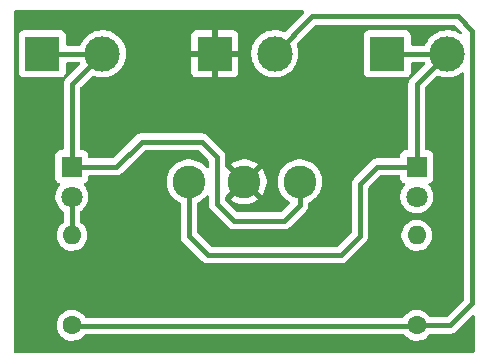
<source format=gtl>
%TF.GenerationSoftware,KiCad,Pcbnew,9.0.0+dfsg-1*%
%TF.CreationDate,2025-03-19T00:38:55+01:00*%
%TF.ProjectId,control-matrix-2-alt,636f6e74-726f-46c2-9d6d-61747269782d,1.0*%
%TF.SameCoordinates,Original*%
%TF.FileFunction,Copper,L1,Top*%
%TF.FilePolarity,Positive*%
%FSLAX46Y46*%
G04 Gerber Fmt 4.6, Leading zero omitted, Abs format (unit mm)*
G04 Created by KiCad (PCBNEW 9.0.0+dfsg-1) date 2025-03-19 00:38:55*
%MOMM*%
%LPD*%
G01*
G04 APERTURE LIST*
%TA.AperFunction,ComponentPad*%
%ADD10C,2.775000*%
%TD*%
%TA.AperFunction,ComponentPad*%
%ADD11C,1.600000*%
%TD*%
%TA.AperFunction,ComponentPad*%
%ADD12O,1.600000X1.600000*%
%TD*%
%TA.AperFunction,ComponentPad*%
%ADD13R,1.800000X1.800000*%
%TD*%
%TA.AperFunction,ComponentPad*%
%ADD14C,1.800000*%
%TD*%
%TA.AperFunction,ComponentPad*%
%ADD15R,3.000000X3.000000*%
%TD*%
%TA.AperFunction,ComponentPad*%
%ADD16C,3.000000*%
%TD*%
%TA.AperFunction,Conductor*%
%ADD17C,0.400000*%
%TD*%
G04 APERTURE END LIST*
D10*
%TO.P,SW1,1,A*%
%TO.N,Net-(D1-K)*%
X84700000Y-95000000D03*
%TO.P,SW1,2,B*%
%TO.N,GND*%
X80000000Y-95000000D03*
%TO.P,SW1,3,C*%
%TO.N,Net-(D2-K)*%
X75300000Y-95000000D03*
%TD*%
D11*
%TO.P,R2,1*%
%TO.N,+12V*%
X94600000Y-107170000D03*
D12*
%TO.P,R2,2*%
%TO.N,Net-(D2-A)*%
X94600000Y-99550000D03*
%TD*%
D13*
%TO.P,D2,1,K*%
%TO.N,Net-(D2-K)*%
X94600000Y-93730000D03*
D14*
%TO.P,D2,2,A*%
%TO.N,Net-(D2-A)*%
X94600000Y-96270000D03*
%TD*%
D11*
%TO.P,R1,1*%
%TO.N,+12V*%
X65400000Y-107170000D03*
D12*
%TO.P,R1,2*%
%TO.N,Net-(D1-A)*%
X65400000Y-99550000D03*
%TD*%
D13*
%TO.P,D1,1,K*%
%TO.N,Net-(D1-K)*%
X65400000Y-93730000D03*
D14*
%TO.P,D1,2,A*%
%TO.N,Net-(D1-A)*%
X65400000Y-96270000D03*
%TD*%
D15*
%TO.P,J1,1,Pin_1*%
%TO.N,Net-(D1-K)*%
X62900000Y-84170000D03*
D16*
%TO.P,J1,2,Pin_2*%
X67980000Y-84170000D03*
%TD*%
D15*
%TO.P,J2,1,Pin_1*%
%TO.N,Net-(D2-K)*%
X92100000Y-84170000D03*
D16*
%TO.P,J2,2,Pin_2*%
X97180000Y-84170000D03*
%TD*%
D15*
%TO.P,J9,1,Pin_1*%
%TO.N,GND*%
X77500000Y-84170000D03*
D16*
%TO.P,J9,2,Pin_2*%
%TO.N,+12V*%
X82580000Y-84170000D03*
%TD*%
D17*
%TO.N,Net-(D1-K)*%
X79100000Y-98300000D02*
X83400000Y-98300000D01*
X77700000Y-92900000D02*
X77700000Y-96900000D01*
X67980000Y-84170000D02*
X65400000Y-86750000D01*
X83400000Y-98300000D02*
X84700000Y-97000000D01*
X69170000Y-93730000D02*
X71300000Y-91600000D01*
X84700000Y-97000000D02*
X84700000Y-95000000D01*
X65400000Y-93730000D02*
X69170000Y-93730000D01*
X76400000Y-91600000D02*
X77700000Y-92900000D01*
X62900000Y-84170000D02*
X67980000Y-84170000D01*
X77700000Y-96900000D02*
X79100000Y-98300000D01*
X65400000Y-86750000D02*
X65400000Y-93730000D01*
X71300000Y-91600000D02*
X76400000Y-91600000D01*
%TO.N,Net-(D1-A)*%
X65400000Y-96270000D02*
X65400000Y-99550000D01*
%TO.N,Net-(D2-K)*%
X88200000Y-101200000D02*
X89800000Y-99600000D01*
X91270000Y-93730000D02*
X94600000Y-93730000D01*
X75300000Y-95000000D02*
X75300000Y-99600000D01*
X94600000Y-86750000D02*
X94600000Y-93730000D01*
X97180000Y-84170000D02*
X94600000Y-86750000D01*
X76900000Y-101200000D02*
X88200000Y-101200000D01*
X75300000Y-99600000D02*
X76900000Y-101200000D01*
X92100000Y-84170000D02*
X97180000Y-84170000D01*
X89800000Y-95200000D02*
X91270000Y-93730000D01*
X89800000Y-99600000D02*
X89800000Y-95200000D01*
%TO.N,+12V*%
X98100000Y-81000000D02*
X99299000Y-82199000D01*
X99299000Y-82199000D02*
X99299000Y-105301000D01*
X94570000Y-107200000D02*
X94600000Y-107170000D01*
X85750000Y-81000000D02*
X98100000Y-81000000D01*
X82580000Y-84170000D02*
X85750000Y-81000000D01*
X99299000Y-105301000D02*
X97430000Y-107170000D01*
X65400000Y-107170000D02*
X65430000Y-107200000D01*
X97430000Y-107170000D02*
X94600000Y-107170000D01*
X65430000Y-107200000D02*
X94570000Y-107200000D01*
%TD*%
%TA.AperFunction,Conductor*%
%TO.N,GND*%
G36*
X85026520Y-80520185D02*
G01*
X85072275Y-80572989D01*
X85082219Y-80642147D01*
X85053194Y-80705703D01*
X85047162Y-80712181D01*
X83469201Y-82290140D01*
X83407878Y-82323625D01*
X83338186Y-82318641D01*
X83334079Y-82317024D01*
X83269174Y-82290140D01*
X83224428Y-82271605D01*
X83224421Y-82271603D01*
X83224419Y-82271602D01*
X82971116Y-82203730D01*
X82913339Y-82196123D01*
X82711127Y-82169500D01*
X82711120Y-82169500D01*
X82448880Y-82169500D01*
X82448872Y-82169500D01*
X82217772Y-82199926D01*
X82188884Y-82203730D01*
X82103364Y-82226645D01*
X81935581Y-82271602D01*
X81935571Y-82271605D01*
X81693309Y-82371953D01*
X81693299Y-82371958D01*
X81466196Y-82503075D01*
X81258148Y-82662718D01*
X81072718Y-82848148D01*
X80913075Y-83056196D01*
X80781958Y-83283299D01*
X80781953Y-83283309D01*
X80681605Y-83525571D01*
X80681602Y-83525581D01*
X80613730Y-83778885D01*
X80579500Y-84038872D01*
X80579500Y-84301127D01*
X80591423Y-84391684D01*
X80613730Y-84561116D01*
X80638745Y-84654472D01*
X80681602Y-84814418D01*
X80681605Y-84814428D01*
X80781953Y-85056690D01*
X80781958Y-85056700D01*
X80913075Y-85283803D01*
X81072718Y-85491851D01*
X81072726Y-85491860D01*
X81258140Y-85677274D01*
X81258148Y-85677281D01*
X81466196Y-85836924D01*
X81693299Y-85968041D01*
X81693309Y-85968046D01*
X81935571Y-86068394D01*
X81935581Y-86068398D01*
X82188884Y-86136270D01*
X82437188Y-86168960D01*
X82448864Y-86170498D01*
X82448880Y-86170500D01*
X82448887Y-86170500D01*
X82711113Y-86170500D01*
X82711120Y-86170500D01*
X82971116Y-86136270D01*
X83224419Y-86068398D01*
X83466697Y-85968043D01*
X83693803Y-85836924D01*
X83901851Y-85677282D01*
X83901855Y-85677277D01*
X83901860Y-85677274D01*
X84087274Y-85491860D01*
X84087277Y-85491855D01*
X84087282Y-85491851D01*
X84246924Y-85283803D01*
X84378043Y-85056697D01*
X84478398Y-84814419D01*
X84546270Y-84561116D01*
X84580500Y-84301120D01*
X84580500Y-84038880D01*
X84546270Y-83778884D01*
X84478398Y-83525581D01*
X84432977Y-83415927D01*
X84425509Y-83346462D01*
X84456783Y-83283983D01*
X84459829Y-83280826D01*
X86003838Y-81736819D01*
X86065161Y-81703334D01*
X86091519Y-81700500D01*
X97758481Y-81700500D01*
X97825520Y-81720185D01*
X97846162Y-81736819D01*
X98381652Y-82272309D01*
X98415137Y-82333632D01*
X98410153Y-82403324D01*
X98368281Y-82459257D01*
X98302817Y-82483674D01*
X98234544Y-82468822D01*
X98231971Y-82467377D01*
X98066700Y-82371958D01*
X98066690Y-82371953D01*
X97824428Y-82271605D01*
X97824421Y-82271603D01*
X97824419Y-82271602D01*
X97571116Y-82203730D01*
X97513339Y-82196123D01*
X97311127Y-82169500D01*
X97311120Y-82169500D01*
X97048880Y-82169500D01*
X97048872Y-82169500D01*
X96817772Y-82199926D01*
X96788884Y-82203730D01*
X96703364Y-82226645D01*
X96535581Y-82271602D01*
X96535571Y-82271605D01*
X96293309Y-82371953D01*
X96293299Y-82371958D01*
X96066196Y-82503075D01*
X95858148Y-82662718D01*
X95672718Y-82848148D01*
X95513075Y-83056196D01*
X95381958Y-83283299D01*
X95381951Y-83283314D01*
X95336539Y-83392952D01*
X95292699Y-83447356D01*
X95226405Y-83469421D01*
X95221978Y-83469500D01*
X94224499Y-83469500D01*
X94157460Y-83449815D01*
X94111705Y-83397011D01*
X94100499Y-83345500D01*
X94100499Y-82622129D01*
X94100498Y-82622123D01*
X94100497Y-82622116D01*
X94094091Y-82562517D01*
X94064684Y-82483674D01*
X94043797Y-82427671D01*
X94043793Y-82427664D01*
X93957547Y-82312455D01*
X93957544Y-82312452D01*
X93842335Y-82226206D01*
X93842328Y-82226202D01*
X93707482Y-82175908D01*
X93707483Y-82175908D01*
X93647883Y-82169501D01*
X93647881Y-82169500D01*
X93647873Y-82169500D01*
X93647864Y-82169500D01*
X90552129Y-82169500D01*
X90552123Y-82169501D01*
X90492516Y-82175908D01*
X90357671Y-82226202D01*
X90357664Y-82226206D01*
X90242455Y-82312452D01*
X90242452Y-82312455D01*
X90156206Y-82427664D01*
X90156202Y-82427671D01*
X90105908Y-82562517D01*
X90099501Y-82622116D01*
X90099501Y-82622123D01*
X90099500Y-82622135D01*
X90099500Y-85717870D01*
X90099501Y-85717876D01*
X90105908Y-85777483D01*
X90156202Y-85912328D01*
X90156206Y-85912335D01*
X90242452Y-86027544D01*
X90242455Y-86027547D01*
X90357664Y-86113793D01*
X90357671Y-86113797D01*
X90492517Y-86164091D01*
X90492516Y-86164091D01*
X90499444Y-86164835D01*
X90552127Y-86170500D01*
X93647872Y-86170499D01*
X93707483Y-86164091D01*
X93842331Y-86113796D01*
X93957546Y-86027546D01*
X94043796Y-85912331D01*
X94094091Y-85777483D01*
X94100500Y-85717873D01*
X94100500Y-84994500D01*
X94120185Y-84927461D01*
X94172989Y-84881706D01*
X94224500Y-84870500D01*
X95189480Y-84870500D01*
X95256519Y-84890185D01*
X95302274Y-84942989D01*
X95312218Y-85012147D01*
X95283193Y-85075703D01*
X95277161Y-85082181D01*
X94055888Y-86303453D01*
X94055887Y-86303454D01*
X93979222Y-86418192D01*
X93926421Y-86545667D01*
X93926418Y-86545677D01*
X93899500Y-86681004D01*
X93899500Y-92205500D01*
X93879815Y-92272539D01*
X93827011Y-92318294D01*
X93775501Y-92329500D01*
X93652130Y-92329500D01*
X93652123Y-92329501D01*
X93592516Y-92335908D01*
X93457671Y-92386202D01*
X93457664Y-92386206D01*
X93342455Y-92472452D01*
X93342454Y-92472454D01*
X93256206Y-92587664D01*
X93256202Y-92587671D01*
X93205908Y-92722517D01*
X93199501Y-92782116D01*
X93199501Y-92782123D01*
X93199500Y-92782135D01*
X93199500Y-92905500D01*
X93179815Y-92972539D01*
X93127011Y-93018294D01*
X93075500Y-93029500D01*
X91201004Y-93029500D01*
X91065677Y-93056418D01*
X91065667Y-93056421D01*
X90938192Y-93109222D01*
X90823454Y-93185887D01*
X89255887Y-94753454D01*
X89179222Y-94868192D01*
X89126421Y-94995667D01*
X89126418Y-94995679D01*
X89100877Y-95124085D01*
X89100876Y-95124091D01*
X89099500Y-95131006D01*
X89099500Y-99258481D01*
X89079815Y-99325520D01*
X89063181Y-99346162D01*
X87946162Y-100463181D01*
X87884839Y-100496666D01*
X87858481Y-100499500D01*
X77241519Y-100499500D01*
X77174480Y-100479815D01*
X77153838Y-100463181D01*
X76036819Y-99346162D01*
X76003334Y-99284839D01*
X76000500Y-99258481D01*
X76000500Y-96836253D01*
X76020185Y-96769214D01*
X76072989Y-96723459D01*
X76077026Y-96721701D01*
X76136833Y-96696929D01*
X76351167Y-96573183D01*
X76547516Y-96422519D01*
X76722519Y-96247516D01*
X76777124Y-96176352D01*
X76833551Y-96135150D01*
X76903297Y-96130995D01*
X76964218Y-96165207D01*
X76996971Y-96226924D01*
X76999500Y-96251839D01*
X76999500Y-96831006D01*
X76999500Y-96968994D01*
X76999500Y-96968996D01*
X76999499Y-96968996D01*
X77026418Y-97104322D01*
X77026421Y-97104332D01*
X77079222Y-97231807D01*
X77155887Y-97346545D01*
X78653454Y-98844112D01*
X78768192Y-98920777D01*
X78895667Y-98973578D01*
X78895672Y-98973580D01*
X78895676Y-98973580D01*
X78895677Y-98973581D01*
X79031003Y-99000500D01*
X79031006Y-99000500D01*
X83468996Y-99000500D01*
X83560040Y-98982389D01*
X83604328Y-98973580D01*
X83668069Y-98947177D01*
X83731807Y-98920777D01*
X83731808Y-98920776D01*
X83731811Y-98920775D01*
X83846543Y-98844114D01*
X85244114Y-97446543D01*
X85320775Y-97331811D01*
X85373580Y-97204328D01*
X85400500Y-97068994D01*
X85400500Y-96931006D01*
X85400500Y-96836253D01*
X85420185Y-96769214D01*
X85472989Y-96723459D01*
X85477026Y-96721701D01*
X85536833Y-96696929D01*
X85751167Y-96573183D01*
X85947516Y-96422519D01*
X86122519Y-96247516D01*
X86273183Y-96051167D01*
X86396929Y-95836833D01*
X86491640Y-95608180D01*
X86555696Y-95369121D01*
X86588000Y-95123746D01*
X86588000Y-94876254D01*
X86555696Y-94630879D01*
X86491640Y-94391820D01*
X86396929Y-94163167D01*
X86396927Y-94163164D01*
X86396925Y-94163159D01*
X86273187Y-93948840D01*
X86273183Y-93948833D01*
X86148844Y-93786791D01*
X86122520Y-93752485D01*
X86122514Y-93752478D01*
X85947521Y-93577485D01*
X85947514Y-93577479D01*
X85751175Y-93426823D01*
X85751173Y-93426821D01*
X85751167Y-93426817D01*
X85751162Y-93426814D01*
X85751159Y-93426812D01*
X85536840Y-93303074D01*
X85536829Y-93303069D01*
X85308184Y-93208361D01*
X85069117Y-93144303D01*
X84823756Y-93112001D01*
X84823751Y-93112000D01*
X84823746Y-93112000D01*
X84576254Y-93112000D01*
X84576248Y-93112000D01*
X84576243Y-93112001D01*
X84330882Y-93144303D01*
X84091815Y-93208361D01*
X83863170Y-93303069D01*
X83863159Y-93303074D01*
X83648840Y-93426812D01*
X83648824Y-93426823D01*
X83452485Y-93577479D01*
X83452478Y-93577485D01*
X83277485Y-93752478D01*
X83277479Y-93752485D01*
X83126823Y-93948824D01*
X83126812Y-93948840D01*
X83003074Y-94163159D01*
X83003069Y-94163170D01*
X82908361Y-94391815D01*
X82844303Y-94630882D01*
X82812001Y-94876243D01*
X82812000Y-94876260D01*
X82812000Y-95123739D01*
X82812001Y-95123756D01*
X82844303Y-95369117D01*
X82908361Y-95608184D01*
X83003069Y-95836829D01*
X83003074Y-95836840D01*
X83126812Y-96051159D01*
X83126823Y-96051175D01*
X83277479Y-96247514D01*
X83277485Y-96247521D01*
X83452478Y-96422514D01*
X83452484Y-96422519D01*
X83648833Y-96573183D01*
X83648840Y-96573187D01*
X83817835Y-96670757D01*
X83866051Y-96721324D01*
X83879273Y-96789931D01*
X83853305Y-96854796D01*
X83843516Y-96865825D01*
X83146162Y-97563181D01*
X83084839Y-97596666D01*
X83058481Y-97599500D01*
X79441519Y-97599500D01*
X79374480Y-97579815D01*
X79353838Y-97563181D01*
X78436819Y-96646162D01*
X78422115Y-96619234D01*
X78405523Y-96593416D01*
X78404631Y-96587215D01*
X78403334Y-96584839D01*
X78400500Y-96558481D01*
X78400500Y-96271981D01*
X78420185Y-96204942D01*
X78472989Y-96159187D01*
X78490464Y-96155980D01*
X79191497Y-95454947D01*
X79281505Y-95589653D01*
X79410347Y-95718495D01*
X79545051Y-95808501D01*
X78853869Y-96499683D01*
X78949110Y-96572764D01*
X78949118Y-96572770D01*
X79163381Y-96696476D01*
X79163392Y-96696481D01*
X79391971Y-96791162D01*
X79391981Y-96791165D01*
X79630974Y-96855202D01*
X79630985Y-96855204D01*
X79876279Y-96887499D01*
X79876294Y-96887500D01*
X80123706Y-96887500D01*
X80123720Y-96887499D01*
X80369014Y-96855204D01*
X80369025Y-96855202D01*
X80608018Y-96791165D01*
X80608028Y-96791162D01*
X80836607Y-96696481D01*
X80836618Y-96696476D01*
X81050881Y-96572770D01*
X81050899Y-96572758D01*
X81146129Y-96499684D01*
X81146129Y-96499682D01*
X80454948Y-95808501D01*
X80589653Y-95718495D01*
X80718495Y-95589653D01*
X80808501Y-95454948D01*
X81499682Y-96146129D01*
X81499684Y-96146129D01*
X81572758Y-96050899D01*
X81572770Y-96050881D01*
X81696476Y-95836618D01*
X81696481Y-95836607D01*
X81791162Y-95608028D01*
X81791165Y-95608018D01*
X81855202Y-95369025D01*
X81855204Y-95369014D01*
X81887499Y-95123720D01*
X81887500Y-95123706D01*
X81887500Y-94876293D01*
X81887499Y-94876279D01*
X81855204Y-94630985D01*
X81855202Y-94630974D01*
X81791165Y-94391981D01*
X81791162Y-94391971D01*
X81696481Y-94163392D01*
X81696476Y-94163381D01*
X81572770Y-93949118D01*
X81572764Y-93949110D01*
X81499683Y-93853869D01*
X80808501Y-94545051D01*
X80718495Y-94410347D01*
X80589653Y-94281505D01*
X80454948Y-94191497D01*
X81146129Y-93500315D01*
X81050889Y-93427235D01*
X81050881Y-93427229D01*
X80836618Y-93303523D01*
X80836607Y-93303518D01*
X80608028Y-93208837D01*
X80608018Y-93208834D01*
X80369025Y-93144797D01*
X80369014Y-93144795D01*
X80123720Y-93112500D01*
X79876279Y-93112500D01*
X79630985Y-93144795D01*
X79630974Y-93144797D01*
X79391981Y-93208834D01*
X79391971Y-93208837D01*
X79163392Y-93303518D01*
X79163381Y-93303523D01*
X78949118Y-93427229D01*
X78949101Y-93427240D01*
X78853869Y-93500314D01*
X78853869Y-93500315D01*
X79545051Y-94191497D01*
X79410347Y-94281505D01*
X79281505Y-94410347D01*
X79191498Y-94545051D01*
X78489088Y-93842642D01*
X78486383Y-93841407D01*
X78464423Y-93836492D01*
X78455214Y-93827172D01*
X78443297Y-93821730D01*
X78431130Y-93802797D01*
X78415314Y-93786791D01*
X78411746Y-93772635D01*
X78405523Y-93762952D01*
X78400500Y-93728017D01*
X78400500Y-92831004D01*
X78373581Y-92695677D01*
X78373580Y-92695676D01*
X78373580Y-92695672D01*
X78328842Y-92587664D01*
X78320778Y-92568195D01*
X78320771Y-92568182D01*
X78256807Y-92472454D01*
X78256805Y-92472451D01*
X78244116Y-92453459D01*
X78244114Y-92453457D01*
X76846546Y-91055888D01*
X76846545Y-91055887D01*
X76731807Y-90979222D01*
X76604332Y-90926421D01*
X76604322Y-90926418D01*
X76468996Y-90899500D01*
X76468994Y-90899500D01*
X76468993Y-90899500D01*
X71368994Y-90899500D01*
X71231006Y-90899500D01*
X71231004Y-90899500D01*
X71095677Y-90926418D01*
X71095667Y-90926421D01*
X70968192Y-90979222D01*
X70853454Y-91055887D01*
X70853453Y-91055888D01*
X68916162Y-92993181D01*
X68854839Y-93026666D01*
X68828481Y-93029500D01*
X66924499Y-93029500D01*
X66857460Y-93009815D01*
X66811705Y-92957011D01*
X66800499Y-92905500D01*
X66800499Y-92782129D01*
X66800498Y-92782123D01*
X66800497Y-92782116D01*
X66794091Y-92722517D01*
X66784080Y-92695677D01*
X66743797Y-92587671D01*
X66743793Y-92587664D01*
X66657546Y-92472454D01*
X66657544Y-92472452D01*
X66542335Y-92386206D01*
X66542328Y-92386202D01*
X66407482Y-92335908D01*
X66407483Y-92335908D01*
X66347883Y-92329501D01*
X66347881Y-92329500D01*
X66347873Y-92329500D01*
X66347865Y-92329500D01*
X66224500Y-92329500D01*
X66157461Y-92309815D01*
X66111706Y-92257011D01*
X66100500Y-92205500D01*
X66100500Y-87091518D01*
X66120185Y-87024479D01*
X66136814Y-87003841D01*
X67090799Y-86049856D01*
X67152120Y-86016373D01*
X67221811Y-86021357D01*
X67225860Y-86022949D01*
X67335581Y-86068398D01*
X67588884Y-86136270D01*
X67837188Y-86168960D01*
X67848864Y-86170498D01*
X67848880Y-86170500D01*
X67848887Y-86170500D01*
X68111113Y-86170500D01*
X68111120Y-86170500D01*
X68371116Y-86136270D01*
X68624419Y-86068398D01*
X68866697Y-85968043D01*
X69093803Y-85836924D01*
X69301851Y-85677282D01*
X69301855Y-85677277D01*
X69301860Y-85677274D01*
X69487274Y-85491860D01*
X69487277Y-85491855D01*
X69487282Y-85491851D01*
X69646924Y-85283803D01*
X69778043Y-85056697D01*
X69878398Y-84814419D01*
X69946270Y-84561116D01*
X69980500Y-84301120D01*
X69980500Y-84038880D01*
X69946270Y-83778884D01*
X69878398Y-83525581D01*
X69866351Y-83496497D01*
X69778046Y-83283309D01*
X69778041Y-83283299D01*
X69646924Y-83056196D01*
X69487281Y-82848148D01*
X69487274Y-82848140D01*
X69301860Y-82662726D01*
X69301851Y-82662718D01*
X69248989Y-82622155D01*
X75500000Y-82622155D01*
X75500000Y-83920000D01*
X76780936Y-83920000D01*
X76769207Y-83948316D01*
X76740000Y-84095147D01*
X76740000Y-84244853D01*
X76769207Y-84391684D01*
X76780936Y-84420000D01*
X75500000Y-84420000D01*
X75500000Y-85717844D01*
X75506401Y-85777372D01*
X75506403Y-85777379D01*
X75556645Y-85912086D01*
X75556649Y-85912093D01*
X75642809Y-86027187D01*
X75642812Y-86027190D01*
X75757906Y-86113350D01*
X75757913Y-86113354D01*
X75892620Y-86163596D01*
X75892627Y-86163598D01*
X75952155Y-86169999D01*
X75952172Y-86170000D01*
X77250000Y-86170000D01*
X77250000Y-84889064D01*
X77278316Y-84900793D01*
X77425147Y-84930000D01*
X77574853Y-84930000D01*
X77721684Y-84900793D01*
X77750000Y-84889064D01*
X77750000Y-86170000D01*
X79047828Y-86170000D01*
X79047844Y-86169999D01*
X79107372Y-86163598D01*
X79107379Y-86163596D01*
X79242086Y-86113354D01*
X79242093Y-86113350D01*
X79357187Y-86027190D01*
X79357190Y-86027187D01*
X79443350Y-85912093D01*
X79443354Y-85912086D01*
X79493596Y-85777379D01*
X79493598Y-85777372D01*
X79499999Y-85717844D01*
X79500000Y-85717827D01*
X79500000Y-84420000D01*
X78219064Y-84420000D01*
X78230793Y-84391684D01*
X78260000Y-84244853D01*
X78260000Y-84095147D01*
X78230793Y-83948316D01*
X78219064Y-83920000D01*
X79500000Y-83920000D01*
X79500000Y-82622172D01*
X79499999Y-82622155D01*
X79493598Y-82562627D01*
X79493596Y-82562620D01*
X79443354Y-82427913D01*
X79443350Y-82427906D01*
X79357190Y-82312812D01*
X79357187Y-82312809D01*
X79242093Y-82226649D01*
X79242086Y-82226645D01*
X79107379Y-82176403D01*
X79107372Y-82176401D01*
X79047844Y-82170000D01*
X77750000Y-82170000D01*
X77750000Y-83450935D01*
X77721684Y-83439207D01*
X77574853Y-83410000D01*
X77425147Y-83410000D01*
X77278316Y-83439207D01*
X77250000Y-83450935D01*
X77250000Y-82170000D01*
X75952155Y-82170000D01*
X75892627Y-82176401D01*
X75892620Y-82176403D01*
X75757913Y-82226645D01*
X75757906Y-82226649D01*
X75642812Y-82312809D01*
X75642809Y-82312812D01*
X75556649Y-82427906D01*
X75556645Y-82427913D01*
X75506403Y-82562620D01*
X75506401Y-82562627D01*
X75500000Y-82622155D01*
X69248989Y-82622155D01*
X69093803Y-82503075D01*
X68866700Y-82371958D01*
X68866690Y-82371953D01*
X68624428Y-82271605D01*
X68624421Y-82271603D01*
X68624419Y-82271602D01*
X68371116Y-82203730D01*
X68313339Y-82196123D01*
X68111127Y-82169500D01*
X68111120Y-82169500D01*
X67848880Y-82169500D01*
X67848872Y-82169500D01*
X67617772Y-82199926D01*
X67588884Y-82203730D01*
X67503364Y-82226645D01*
X67335581Y-82271602D01*
X67335571Y-82271605D01*
X67093309Y-82371953D01*
X67093299Y-82371958D01*
X66866196Y-82503075D01*
X66658148Y-82662718D01*
X66472718Y-82848148D01*
X66313075Y-83056196D01*
X66181958Y-83283299D01*
X66181951Y-83283314D01*
X66136539Y-83392952D01*
X66092699Y-83447356D01*
X66026405Y-83469421D01*
X66021978Y-83469500D01*
X65024499Y-83469500D01*
X64957460Y-83449815D01*
X64911705Y-83397011D01*
X64900499Y-83345500D01*
X64900499Y-82622129D01*
X64900498Y-82622123D01*
X64900497Y-82622116D01*
X64894091Y-82562517D01*
X64864684Y-82483674D01*
X64843797Y-82427671D01*
X64843793Y-82427664D01*
X64757547Y-82312455D01*
X64757544Y-82312452D01*
X64642335Y-82226206D01*
X64642328Y-82226202D01*
X64507482Y-82175908D01*
X64507483Y-82175908D01*
X64447883Y-82169501D01*
X64447881Y-82169500D01*
X64447873Y-82169500D01*
X64447864Y-82169500D01*
X61352129Y-82169500D01*
X61352123Y-82169501D01*
X61292516Y-82175908D01*
X61157671Y-82226202D01*
X61157664Y-82226206D01*
X61042455Y-82312452D01*
X61042452Y-82312455D01*
X60956206Y-82427664D01*
X60956202Y-82427671D01*
X60905908Y-82562517D01*
X60899501Y-82622116D01*
X60899501Y-82622123D01*
X60899500Y-82622135D01*
X60899500Y-85717870D01*
X60899501Y-85717876D01*
X60905908Y-85777483D01*
X60956202Y-85912328D01*
X60956206Y-85912335D01*
X61042452Y-86027544D01*
X61042455Y-86027547D01*
X61157664Y-86113793D01*
X61157671Y-86113797D01*
X61292517Y-86164091D01*
X61292516Y-86164091D01*
X61299444Y-86164835D01*
X61352127Y-86170500D01*
X64447872Y-86170499D01*
X64507483Y-86164091D01*
X64642331Y-86113796D01*
X64757546Y-86027546D01*
X64843796Y-85912331D01*
X64894091Y-85777483D01*
X64900500Y-85717873D01*
X64900500Y-84994500D01*
X64920185Y-84927461D01*
X64972989Y-84881706D01*
X65024500Y-84870500D01*
X65989480Y-84870500D01*
X66056519Y-84890185D01*
X66102274Y-84942989D01*
X66112218Y-85012147D01*
X66083193Y-85075703D01*
X66077161Y-85082181D01*
X64855888Y-86303453D01*
X64855887Y-86303454D01*
X64779222Y-86418192D01*
X64726421Y-86545667D01*
X64726418Y-86545677D01*
X64699500Y-86681004D01*
X64699500Y-92205500D01*
X64679815Y-92272539D01*
X64627011Y-92318294D01*
X64575501Y-92329500D01*
X64452130Y-92329500D01*
X64452123Y-92329501D01*
X64392516Y-92335908D01*
X64257671Y-92386202D01*
X64257664Y-92386206D01*
X64142455Y-92472452D01*
X64142454Y-92472454D01*
X64056206Y-92587664D01*
X64056202Y-92587671D01*
X64005908Y-92722517D01*
X63999501Y-92782116D01*
X63999501Y-92782123D01*
X63999500Y-92782135D01*
X63999500Y-94677870D01*
X63999501Y-94677876D01*
X64005908Y-94737483D01*
X64056202Y-94872328D01*
X64056206Y-94872335D01*
X64142452Y-94987544D01*
X64142455Y-94987547D01*
X64257664Y-95073793D01*
X64257671Y-95073797D01*
X64337580Y-95103601D01*
X64393514Y-95145472D01*
X64417931Y-95210936D01*
X64403080Y-95279209D01*
X64381929Y-95307463D01*
X64331756Y-95357636D01*
X64331752Y-95357641D01*
X64202187Y-95535974D01*
X64102104Y-95732393D01*
X64102103Y-95732396D01*
X64033985Y-95942047D01*
X64016702Y-96051167D01*
X63999500Y-96159778D01*
X63999500Y-96380222D01*
X64006199Y-96422519D01*
X64033985Y-96597952D01*
X64102103Y-96807603D01*
X64102104Y-96807606D01*
X64202187Y-97004025D01*
X64331752Y-97182358D01*
X64331756Y-97182363D01*
X64331758Y-97182365D01*
X64487635Y-97338242D01*
X64648386Y-97455034D01*
X64691051Y-97510362D01*
X64699500Y-97555351D01*
X64699500Y-98388255D01*
X64679815Y-98455294D01*
X64648385Y-98488573D01*
X64552787Y-98558028D01*
X64552782Y-98558032D01*
X64408028Y-98702786D01*
X64287715Y-98868386D01*
X64194781Y-99050776D01*
X64131522Y-99245465D01*
X64099500Y-99447648D01*
X64099500Y-99652351D01*
X64131522Y-99854534D01*
X64194781Y-100049223D01*
X64287715Y-100231613D01*
X64408028Y-100397213D01*
X64552786Y-100541971D01*
X64707749Y-100654556D01*
X64718390Y-100662287D01*
X64834607Y-100721503D01*
X64900776Y-100755218D01*
X64900778Y-100755218D01*
X64900781Y-100755220D01*
X65005137Y-100789127D01*
X65095465Y-100818477D01*
X65196557Y-100834488D01*
X65297648Y-100850500D01*
X65297649Y-100850500D01*
X65502351Y-100850500D01*
X65502352Y-100850500D01*
X65704534Y-100818477D01*
X65899219Y-100755220D01*
X66081610Y-100662287D01*
X66174590Y-100594732D01*
X66247213Y-100541971D01*
X66247215Y-100541968D01*
X66247219Y-100541966D01*
X66391966Y-100397219D01*
X66391968Y-100397215D01*
X66391971Y-100397213D01*
X66444732Y-100324590D01*
X66512287Y-100231610D01*
X66605220Y-100049219D01*
X66668477Y-99854534D01*
X66700500Y-99652352D01*
X66700500Y-99447648D01*
X66681157Y-99325520D01*
X66668477Y-99245465D01*
X66605218Y-99050776D01*
X66571503Y-98984607D01*
X66512287Y-98868390D01*
X66494648Y-98844112D01*
X66391971Y-98702786D01*
X66247217Y-98558032D01*
X66247212Y-98558028D01*
X66151615Y-98488573D01*
X66108949Y-98433243D01*
X66100500Y-98388255D01*
X66100500Y-97555351D01*
X66120185Y-97488312D01*
X66151611Y-97455035D01*
X66312365Y-97338242D01*
X66468242Y-97182365D01*
X66597815Y-97004022D01*
X66697895Y-96807606D01*
X66766015Y-96597951D01*
X66800500Y-96380222D01*
X66800500Y-96159778D01*
X66766015Y-95942049D01*
X66697895Y-95732394D01*
X66697895Y-95732393D01*
X66634604Y-95608180D01*
X66597815Y-95535978D01*
X66564524Y-95490157D01*
X66468247Y-95357641D01*
X66468243Y-95357636D01*
X66418071Y-95307464D01*
X66384586Y-95246141D01*
X66389570Y-95176449D01*
X66431442Y-95120516D01*
X66462420Y-95103601D01*
X66542326Y-95073798D01*
X66542326Y-95073797D01*
X66542331Y-95073796D01*
X66657546Y-94987546D01*
X66743796Y-94872331D01*
X66794091Y-94737483D01*
X66800500Y-94677873D01*
X66800500Y-94554500D01*
X66820185Y-94487461D01*
X66872989Y-94441706D01*
X66924500Y-94430500D01*
X69238996Y-94430500D01*
X69340308Y-94410347D01*
X69374328Y-94403580D01*
X69438069Y-94377177D01*
X69501807Y-94350777D01*
X69501808Y-94350776D01*
X69501811Y-94350775D01*
X69616543Y-94274114D01*
X71553838Y-92336819D01*
X71615161Y-92303334D01*
X71641519Y-92300500D01*
X76058481Y-92300500D01*
X76125520Y-92320185D01*
X76146162Y-92336819D01*
X76963181Y-93153838D01*
X76996666Y-93215161D01*
X76999500Y-93241519D01*
X76999500Y-93748160D01*
X76979815Y-93815199D01*
X76927011Y-93860954D01*
X76857853Y-93870898D01*
X76794297Y-93841873D01*
X76777124Y-93823646D01*
X76722520Y-93752485D01*
X76722514Y-93752478D01*
X76547521Y-93577485D01*
X76547514Y-93577479D01*
X76351175Y-93426823D01*
X76351173Y-93426821D01*
X76351167Y-93426817D01*
X76351162Y-93426814D01*
X76351159Y-93426812D01*
X76136840Y-93303074D01*
X76136829Y-93303069D01*
X75908184Y-93208361D01*
X75669117Y-93144303D01*
X75423756Y-93112001D01*
X75423751Y-93112000D01*
X75423746Y-93112000D01*
X75176254Y-93112000D01*
X75176248Y-93112000D01*
X75176243Y-93112001D01*
X74930882Y-93144303D01*
X74691815Y-93208361D01*
X74463170Y-93303069D01*
X74463159Y-93303074D01*
X74248840Y-93426812D01*
X74248824Y-93426823D01*
X74052485Y-93577479D01*
X74052478Y-93577485D01*
X73877485Y-93752478D01*
X73877479Y-93752485D01*
X73726823Y-93948824D01*
X73726812Y-93948840D01*
X73603074Y-94163159D01*
X73603069Y-94163170D01*
X73508361Y-94391815D01*
X73444303Y-94630882D01*
X73412001Y-94876243D01*
X73412000Y-94876260D01*
X73412000Y-95123739D01*
X73412001Y-95123756D01*
X73444303Y-95369117D01*
X73508361Y-95608184D01*
X73603069Y-95836829D01*
X73603074Y-95836840D01*
X73726812Y-96051159D01*
X73726823Y-96051175D01*
X73877479Y-96247514D01*
X73877485Y-96247521D01*
X74052478Y-96422514D01*
X74052484Y-96422519D01*
X74248833Y-96573183D01*
X74463167Y-96696929D01*
X74522951Y-96721692D01*
X74577355Y-96765531D01*
X74599421Y-96831825D01*
X74599500Y-96836253D01*
X74599500Y-99531006D01*
X74599500Y-99668994D01*
X74599500Y-99668996D01*
X74599499Y-99668996D01*
X74626418Y-99804322D01*
X74626421Y-99804332D01*
X74679222Y-99931807D01*
X74755887Y-100046545D01*
X76453454Y-101744112D01*
X76568192Y-101820777D01*
X76695667Y-101873578D01*
X76695672Y-101873580D01*
X76695676Y-101873580D01*
X76695677Y-101873581D01*
X76831003Y-101900500D01*
X76831006Y-101900500D01*
X88268996Y-101900500D01*
X88360040Y-101882389D01*
X88404328Y-101873580D01*
X88468069Y-101847177D01*
X88531807Y-101820777D01*
X88531808Y-101820776D01*
X88531811Y-101820775D01*
X88646543Y-101744114D01*
X90344114Y-100046543D01*
X90420775Y-99931811D01*
X90473580Y-99804328D01*
X90500500Y-99668994D01*
X90500500Y-99531006D01*
X90500500Y-99447648D01*
X93299500Y-99447648D01*
X93299500Y-99652351D01*
X93331522Y-99854534D01*
X93394781Y-100049223D01*
X93487715Y-100231613D01*
X93608028Y-100397213D01*
X93752786Y-100541971D01*
X93907749Y-100654556D01*
X93918390Y-100662287D01*
X94034607Y-100721503D01*
X94100776Y-100755218D01*
X94100778Y-100755218D01*
X94100781Y-100755220D01*
X94205137Y-100789127D01*
X94295465Y-100818477D01*
X94396557Y-100834488D01*
X94497648Y-100850500D01*
X94497649Y-100850500D01*
X94702351Y-100850500D01*
X94702352Y-100850500D01*
X94904534Y-100818477D01*
X95099219Y-100755220D01*
X95281610Y-100662287D01*
X95374590Y-100594732D01*
X95447213Y-100541971D01*
X95447215Y-100541968D01*
X95447219Y-100541966D01*
X95591966Y-100397219D01*
X95591968Y-100397215D01*
X95591971Y-100397213D01*
X95644732Y-100324590D01*
X95712287Y-100231610D01*
X95805220Y-100049219D01*
X95868477Y-99854534D01*
X95900500Y-99652352D01*
X95900500Y-99447648D01*
X95881157Y-99325520D01*
X95868477Y-99245465D01*
X95805218Y-99050776D01*
X95771503Y-98984607D01*
X95712287Y-98868390D01*
X95694648Y-98844112D01*
X95591971Y-98702786D01*
X95447213Y-98558028D01*
X95281613Y-98437715D01*
X95281612Y-98437714D01*
X95281610Y-98437713D01*
X95224653Y-98408691D01*
X95099223Y-98344781D01*
X94904534Y-98281522D01*
X94729995Y-98253878D01*
X94702352Y-98249500D01*
X94497648Y-98249500D01*
X94473329Y-98253351D01*
X94295465Y-98281522D01*
X94100776Y-98344781D01*
X93918386Y-98437715D01*
X93752786Y-98558028D01*
X93608028Y-98702786D01*
X93487715Y-98868386D01*
X93394781Y-99050776D01*
X93331522Y-99245465D01*
X93299500Y-99447648D01*
X90500500Y-99447648D01*
X90500500Y-95541519D01*
X90520185Y-95474480D01*
X90536819Y-95453838D01*
X91523838Y-94466819D01*
X91585161Y-94433334D01*
X91611519Y-94430500D01*
X93075501Y-94430500D01*
X93142540Y-94450185D01*
X93188295Y-94502989D01*
X93199501Y-94554500D01*
X93199501Y-94677876D01*
X93205908Y-94737483D01*
X93256202Y-94872328D01*
X93256206Y-94872335D01*
X93342452Y-94987544D01*
X93342455Y-94987547D01*
X93457664Y-95073793D01*
X93457671Y-95073797D01*
X93537580Y-95103601D01*
X93593514Y-95145472D01*
X93617931Y-95210936D01*
X93603080Y-95279209D01*
X93581929Y-95307463D01*
X93531756Y-95357636D01*
X93531752Y-95357641D01*
X93402187Y-95535974D01*
X93302104Y-95732393D01*
X93302103Y-95732396D01*
X93233985Y-95942047D01*
X93216702Y-96051167D01*
X93199500Y-96159778D01*
X93199500Y-96380222D01*
X93206199Y-96422519D01*
X93233985Y-96597952D01*
X93302103Y-96807603D01*
X93302104Y-96807606D01*
X93402187Y-97004025D01*
X93531752Y-97182358D01*
X93531756Y-97182363D01*
X93687636Y-97338243D01*
X93687641Y-97338247D01*
X93836699Y-97446543D01*
X93865978Y-97467815D01*
X93994375Y-97533237D01*
X94062393Y-97567895D01*
X94062396Y-97567896D01*
X94150943Y-97596666D01*
X94272049Y-97636015D01*
X94489778Y-97670500D01*
X94489779Y-97670500D01*
X94710221Y-97670500D01*
X94710222Y-97670500D01*
X94927951Y-97636015D01*
X95137606Y-97567895D01*
X95334022Y-97467815D01*
X95512365Y-97338242D01*
X95668242Y-97182365D01*
X95797815Y-97004022D01*
X95897895Y-96807606D01*
X95966015Y-96597951D01*
X96000500Y-96380222D01*
X96000500Y-96159778D01*
X95966015Y-95942049D01*
X95897895Y-95732394D01*
X95897895Y-95732393D01*
X95834604Y-95608180D01*
X95797815Y-95535978D01*
X95764524Y-95490157D01*
X95668247Y-95357641D01*
X95668243Y-95357636D01*
X95618071Y-95307464D01*
X95584586Y-95246141D01*
X95589570Y-95176449D01*
X95631442Y-95120516D01*
X95662420Y-95103601D01*
X95742326Y-95073798D01*
X95742326Y-95073797D01*
X95742331Y-95073796D01*
X95857546Y-94987546D01*
X95943796Y-94872331D01*
X95994091Y-94737483D01*
X96000500Y-94677873D01*
X96000499Y-92782128D01*
X95994091Y-92722517D01*
X95984080Y-92695677D01*
X95943797Y-92587671D01*
X95943793Y-92587664D01*
X95857546Y-92472454D01*
X95857544Y-92472452D01*
X95742335Y-92386206D01*
X95742328Y-92386202D01*
X95607482Y-92335908D01*
X95607483Y-92335908D01*
X95547883Y-92329501D01*
X95547881Y-92329500D01*
X95547873Y-92329500D01*
X95547865Y-92329500D01*
X95424500Y-92329500D01*
X95357461Y-92309815D01*
X95311706Y-92257011D01*
X95300500Y-92205500D01*
X95300500Y-87091518D01*
X95320185Y-87024479D01*
X95336814Y-87003841D01*
X96290799Y-86049856D01*
X96352120Y-86016373D01*
X96421811Y-86021357D01*
X96425860Y-86022949D01*
X96535581Y-86068398D01*
X96788884Y-86136270D01*
X97037188Y-86168960D01*
X97048864Y-86170498D01*
X97048880Y-86170500D01*
X97048887Y-86170500D01*
X97311113Y-86170500D01*
X97311120Y-86170500D01*
X97571116Y-86136270D01*
X97824419Y-86068398D01*
X98066697Y-85968043D01*
X98293803Y-85836924D01*
X98349938Y-85793850D01*
X98399013Y-85756193D01*
X98464182Y-85730998D01*
X98532627Y-85745036D01*
X98582617Y-85793850D01*
X98598500Y-85854568D01*
X98598500Y-104959481D01*
X98578815Y-105026520D01*
X98562181Y-105047162D01*
X97176162Y-106433181D01*
X97114839Y-106466666D01*
X97088481Y-106469500D01*
X95761744Y-106469500D01*
X95694705Y-106449815D01*
X95661425Y-106418384D01*
X95591969Y-106322784D01*
X95447213Y-106178028D01*
X95281613Y-106057715D01*
X95281612Y-106057714D01*
X95281610Y-106057713D01*
X95224653Y-106028691D01*
X95099223Y-105964781D01*
X94904534Y-105901522D01*
X94729995Y-105873878D01*
X94702352Y-105869500D01*
X94497648Y-105869500D01*
X94473329Y-105873351D01*
X94295465Y-105901522D01*
X94100776Y-105964781D01*
X93918386Y-106057715D01*
X93752786Y-106178028D01*
X93608032Y-106322782D01*
X93608028Y-106322787D01*
X93516777Y-106448385D01*
X93461448Y-106491051D01*
X93416459Y-106499500D01*
X66583541Y-106499500D01*
X66516502Y-106479815D01*
X66483223Y-106448385D01*
X66391971Y-106322787D01*
X66391967Y-106322782D01*
X66247213Y-106178028D01*
X66081613Y-106057715D01*
X66081612Y-106057714D01*
X66081610Y-106057713D01*
X66024653Y-106028691D01*
X65899223Y-105964781D01*
X65704534Y-105901522D01*
X65529995Y-105873878D01*
X65502352Y-105869500D01*
X65297648Y-105869500D01*
X65273329Y-105873351D01*
X65095465Y-105901522D01*
X64900776Y-105964781D01*
X64718386Y-106057715D01*
X64552786Y-106178028D01*
X64408028Y-106322786D01*
X64287715Y-106488386D01*
X64194781Y-106670776D01*
X64131522Y-106865465D01*
X64099500Y-107067648D01*
X64099500Y-107272351D01*
X64131522Y-107474534D01*
X64194781Y-107669223D01*
X64217655Y-107714114D01*
X64283620Y-107843578D01*
X64287715Y-107851613D01*
X64408028Y-108017213D01*
X64552786Y-108161971D01*
X64707749Y-108274556D01*
X64718390Y-108282287D01*
X64834607Y-108341503D01*
X64900776Y-108375218D01*
X64900778Y-108375218D01*
X64900781Y-108375220D01*
X65005137Y-108409127D01*
X65095465Y-108438477D01*
X65196557Y-108454488D01*
X65297648Y-108470500D01*
X65297649Y-108470500D01*
X65502351Y-108470500D01*
X65502352Y-108470500D01*
X65704534Y-108438477D01*
X65899219Y-108375220D01*
X66081610Y-108282287D01*
X66174590Y-108214732D01*
X66247213Y-108161971D01*
X66247215Y-108161968D01*
X66247219Y-108161966D01*
X66391966Y-108017219D01*
X66439629Y-107951615D01*
X66494959Y-107908949D01*
X66539948Y-107900500D01*
X93460052Y-107900500D01*
X93527091Y-107920185D01*
X93560371Y-107951616D01*
X93608030Y-108017215D01*
X93752786Y-108161971D01*
X93907749Y-108274556D01*
X93918390Y-108282287D01*
X94034607Y-108341503D01*
X94100776Y-108375218D01*
X94100778Y-108375218D01*
X94100781Y-108375220D01*
X94205137Y-108409127D01*
X94295465Y-108438477D01*
X94396557Y-108454488D01*
X94497648Y-108470500D01*
X94497649Y-108470500D01*
X94702351Y-108470500D01*
X94702352Y-108470500D01*
X94904534Y-108438477D01*
X95099219Y-108375220D01*
X95281610Y-108282287D01*
X95374590Y-108214732D01*
X95447213Y-108161971D01*
X95447215Y-108161968D01*
X95447219Y-108161966D01*
X95591966Y-108017219D01*
X95661425Y-107921615D01*
X95716755Y-107878949D01*
X95761744Y-107870500D01*
X97498996Y-107870500D01*
X97593959Y-107851610D01*
X97634328Y-107843580D01*
X97698069Y-107817177D01*
X97761807Y-107790777D01*
X97761808Y-107790776D01*
X97761811Y-107790775D01*
X97876543Y-107714114D01*
X99287819Y-106302838D01*
X99349142Y-106269353D01*
X99418834Y-106274337D01*
X99474767Y-106316209D01*
X99499184Y-106381673D01*
X99499500Y-106390519D01*
X99499500Y-109375500D01*
X99479815Y-109442539D01*
X99427011Y-109488294D01*
X99375500Y-109499500D01*
X60624500Y-109499500D01*
X60557461Y-109479815D01*
X60511706Y-109427011D01*
X60500500Y-109375500D01*
X60500500Y-80624500D01*
X60520185Y-80557461D01*
X60572989Y-80511706D01*
X60624500Y-80500500D01*
X84959481Y-80500500D01*
X85026520Y-80520185D01*
G37*
%TD.AperFunction*%
%TD*%
M02*

</source>
